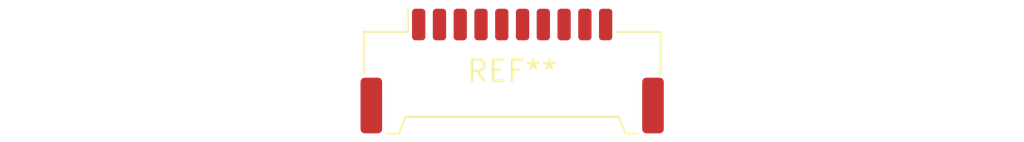
<source format=kicad_pcb>
(kicad_pcb (version 20240108) (generator pcbnew)
  (layers (0 "F.Cu" signal) (31 "B.Cu" signal) (34 "B.Paste" user) (35 "F.Paste" user) (36 "B.SilkS" user "B.Silkscreen") (37 "F.SilkS" user "F.Silkscreen") (38 "B.Mask" user) (39 "F.Mask" user) (44 "Edge.Cuts" user))
  (net 0 "")
  (footprint "Molex_Panelmate_53780-1070_1x10-1MP_P1.25mm_Horizontal" (layer "F.Cu") (at 0 0)
    (property "Reference" "REF**")
    (property "Value" "Molex_Panelmate_53780-1070_1x10-1MP_P1.25mm_Horizontal")
    (fp_line (start -8.935 -2.36) (end -6.285 -2.36) (layer "F.SilkS") (stroke (width 0.12)))
    (fp_line (start -8.935 0.14) (end -8.935 -2.36) (layer "F.SilkS") (stroke (width 0.12)))
    (fp_line (start -7.565 3.76) (end -6.815 3.76) (layer "F.SilkS") (stroke (width 0.12)))
    (fp_line (start -6.815 3.76) (end -6.415 2.76) (layer "F.SilkS") (stroke (width 0.12)))
    (fp_line (start -6.415 2.76) (end 6.415 2.76) (layer "F.SilkS") (stroke (width 0.12)))
    (fp_line (start -6.285 -2.36) (end -6.285 -3.75) (layer "F.SilkS") (stroke (width 0.12)))
    (fp_line (start 6.415 2.76) (end 6.815 3.76) (layer "F.SilkS") (stroke (width 0.12)))
    (fp_line (start 6.815 3.76) (end 7.565 3.76) (layer "F.SilkS") (stroke (width 0.12)))
    (fp_line (start 8.935 -2.36) (end 6.285 -2.36) (layer "F.SilkS") (stroke (width 0.12)))
    (fp_line (start 8.935 0.14) (end 8.935 -2.36) (layer "F.SilkS") (stroke (width 0.12)))
    (pad "1" smd roundrect (at -5.625 -2.8) (size 0.8 1.9) (layers "F.Cu" "F.Paste" "F.Mask"))
    (pad "2" smd roundrect (at -4.375 -2.8) (size 0.8 1.9) (layers "F.Cu" "F.Paste" "F.Mask"))
    (pad "3" smd roundrect (at -3.125 -2.8) (size 0.8 1.9) (layers "F.Cu" "F.Paste" "F.Mask"))
    (pad "4" smd roundrect (at -1.875 -2.8) (size 0.8 1.9) (layers "F.Cu" "F.Paste" "F.Mask"))
    (pad "5" smd roundrect (at -0.625 -2.8) (size 0.8 1.9) (layers "F.Cu" "F.Paste" "F.Mask"))
    (pad "6" smd roundrect (at 0.625 -2.8) (size 0.8 1.9) (layers "F.Cu" "F.Paste" "F.Mask"))
    (pad "7" smd roundrect (at 1.875 -2.8) (size 0.8 1.9) (layers "F.Cu" "F.Paste" "F.Mask"))
    (pad "8" smd roundrect (at 3.125 -2.8) (size 0.8 1.9) (layers "F.Cu" "F.Paste" "F.Mask"))
    (pad "9" smd roundrect (at 4.375 -2.8) (size 0.8 1.9) (layers "F.Cu" "F.Paste" "F.Mask"))
    (pad "10" smd roundrect (at 5.625 -2.8) (size 0.8 1.9) (layers "F.Cu" "F.Paste" "F.Mask"))
    (pad "MP" smd roundrect (at -8.475 2.075) (size 1.3 3.35) (layers "F.Cu" "F.Paste" "F.Mask") (roundrect_rratio 0.192308))
    (pad "MP" smd roundrect (at 8.475 2.075) (size 1.3 3.35) (layers "F.Cu" "F.Paste" "F.Mask") (roundrect_rratio 0.192308))
  )
)
</source>
